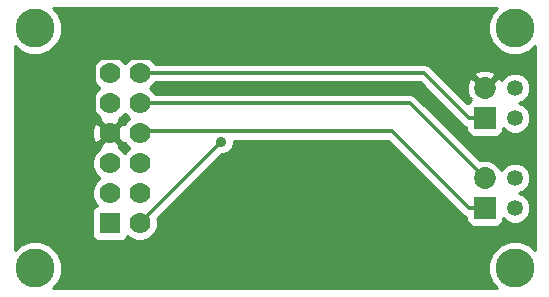
<source format=gbl>
G04 (created by PCBNEW-RS274X (2011-07-19)-testing) date Mon 24 Oct 2011 06:11:12 PM PDT*
G01*
G70*
G90*
%MOIN*%
G04 Gerber Fmt 3.4, Leading zero omitted, Abs format*
%FSLAX34Y34*%
G04 APERTURE LIST*
%ADD10C,0.006000*%
%ADD11C,0.130000*%
%ADD12R,0.070000X0.070000*%
%ADD13C,0.070000*%
%ADD14C,0.073000*%
%ADD15R,0.073000X0.073000*%
%ADD16C,0.053000*%
%ADD17C,0.035000*%
%ADD18C,0.012000*%
%ADD19C,0.010000*%
G04 APERTURE END LIST*
G54D10*
G54D11*
X67000Y-21000D03*
X51000Y-21000D03*
X67000Y-29000D03*
X51000Y-29000D03*
G54D12*
X53500Y-27500D03*
G54D13*
X54500Y-27500D03*
X53500Y-26500D03*
X54500Y-26500D03*
X53500Y-25500D03*
X54500Y-25500D03*
X53500Y-24500D03*
X54500Y-24500D03*
X53500Y-23500D03*
X54500Y-23500D03*
X53500Y-22500D03*
X54500Y-22500D03*
G54D14*
X66000Y-23000D03*
G54D15*
X66000Y-24000D03*
G54D16*
X67000Y-24000D03*
X67000Y-23000D03*
G54D14*
X66000Y-26000D03*
G54D15*
X66000Y-27000D03*
G54D16*
X67000Y-27000D03*
X67000Y-26000D03*
G54D17*
X57220Y-24780D03*
G54D18*
X66000Y-27000D02*
X65472Y-27000D01*
X54558Y-24442D02*
X54500Y-24500D01*
X62914Y-24442D02*
X54558Y-24442D01*
X65472Y-27000D02*
X62914Y-24442D01*
X63500Y-23500D02*
X66000Y-26000D01*
X54500Y-23500D02*
X63500Y-23500D01*
X63972Y-22500D02*
X54500Y-22500D01*
X65472Y-24000D02*
X63972Y-22500D01*
X66000Y-24000D02*
X65472Y-24000D01*
X54500Y-27500D02*
X57220Y-24780D01*
X52984Y-23984D02*
X53500Y-24500D01*
X52984Y-22022D02*
X52984Y-23984D01*
X53020Y-21986D02*
X52984Y-22022D01*
X64986Y-21986D02*
X53020Y-21986D01*
X66000Y-23000D02*
X64986Y-21986D01*
G54D10*
G36*
X67675Y-28402D02*
X67515Y-28242D01*
X67515Y-27103D01*
X67515Y-26898D01*
X67437Y-26709D01*
X67292Y-26564D01*
X67138Y-26499D01*
X67291Y-26437D01*
X67436Y-26292D01*
X67515Y-26103D01*
X67515Y-25898D01*
X67437Y-25709D01*
X67292Y-25564D01*
X67103Y-25485D01*
X66898Y-25485D01*
X66709Y-25563D01*
X66564Y-25708D01*
X66554Y-25731D01*
X66521Y-25652D01*
X66349Y-25479D01*
X66123Y-25385D01*
X65878Y-25385D01*
X65839Y-25400D01*
X63719Y-23281D01*
X63619Y-23214D01*
X63500Y-23190D01*
X55019Y-23190D01*
X55008Y-23161D01*
X54847Y-23000D01*
X55008Y-22839D01*
X55019Y-22810D01*
X63844Y-22810D01*
X65253Y-24219D01*
X65353Y-24286D01*
X65354Y-24286D01*
X65386Y-24292D01*
X65386Y-24414D01*
X65424Y-24506D01*
X65494Y-24576D01*
X65585Y-24614D01*
X65684Y-24614D01*
X66414Y-24614D01*
X66506Y-24576D01*
X66576Y-24506D01*
X66614Y-24415D01*
X66614Y-24342D01*
X66708Y-24436D01*
X66897Y-24515D01*
X67102Y-24515D01*
X67291Y-24437D01*
X67436Y-24292D01*
X67515Y-24103D01*
X67515Y-23898D01*
X67437Y-23709D01*
X67292Y-23564D01*
X67138Y-23499D01*
X67291Y-23437D01*
X67436Y-23292D01*
X67515Y-23103D01*
X67515Y-22898D01*
X67437Y-22709D01*
X67292Y-22564D01*
X67103Y-22485D01*
X66898Y-22485D01*
X66709Y-22563D01*
X66564Y-22708D01*
X66550Y-22741D01*
X66525Y-22680D01*
X66424Y-22646D01*
X66354Y-22716D01*
X66354Y-22576D01*
X66320Y-22475D01*
X66095Y-22393D01*
X65856Y-22403D01*
X65680Y-22475D01*
X65646Y-22576D01*
X66000Y-22929D01*
X66354Y-22576D01*
X66354Y-22716D01*
X66071Y-23000D01*
X66000Y-23071D01*
X65929Y-23000D01*
X65894Y-22965D01*
X65576Y-22646D01*
X65475Y-22680D01*
X65393Y-22905D01*
X65403Y-23144D01*
X65475Y-23320D01*
X65522Y-23336D01*
X65487Y-23372D01*
X65525Y-23410D01*
X65494Y-23424D01*
X65424Y-23494D01*
X65418Y-23508D01*
X64191Y-22281D01*
X64091Y-22214D01*
X63972Y-22190D01*
X55019Y-22190D01*
X55008Y-22161D01*
X54839Y-21992D01*
X54619Y-21901D01*
X54381Y-21901D01*
X54161Y-21992D01*
X54000Y-22153D01*
X53839Y-21992D01*
X53619Y-21901D01*
X53381Y-21901D01*
X53161Y-21992D01*
X52992Y-22161D01*
X52901Y-22381D01*
X52901Y-22619D01*
X52992Y-22839D01*
X53153Y-23000D01*
X52992Y-23161D01*
X52901Y-23381D01*
X52901Y-23619D01*
X52992Y-23839D01*
X53161Y-24008D01*
X53180Y-24015D01*
X53157Y-24086D01*
X53500Y-24429D01*
X53843Y-24086D01*
X53819Y-24015D01*
X53839Y-24008D01*
X54000Y-23847D01*
X54153Y-24000D01*
X53992Y-24161D01*
X53984Y-24180D01*
X53914Y-24157D01*
X53571Y-24500D01*
X53914Y-24843D01*
X53984Y-24819D01*
X53992Y-24839D01*
X54153Y-25000D01*
X54000Y-25153D01*
X53839Y-24992D01*
X53819Y-24984D01*
X53843Y-24914D01*
X53500Y-24571D01*
X53429Y-24642D01*
X53429Y-24500D01*
X53086Y-24157D01*
X52987Y-24190D01*
X52907Y-24409D01*
X52918Y-24644D01*
X52987Y-24810D01*
X53086Y-24843D01*
X53429Y-24500D01*
X53429Y-24642D01*
X53157Y-24914D01*
X53180Y-24984D01*
X53161Y-24992D01*
X52992Y-25161D01*
X52901Y-25381D01*
X52901Y-25619D01*
X52992Y-25839D01*
X53153Y-26000D01*
X52992Y-26161D01*
X52901Y-26381D01*
X52901Y-26619D01*
X52992Y-26839D01*
X53067Y-26914D01*
X53009Y-26939D01*
X52939Y-27009D01*
X52901Y-27100D01*
X52901Y-27199D01*
X52901Y-27899D01*
X52939Y-27991D01*
X53009Y-28061D01*
X53100Y-28099D01*
X53199Y-28099D01*
X53899Y-28099D01*
X53991Y-28061D01*
X54061Y-27991D01*
X54085Y-27932D01*
X54161Y-28008D01*
X54381Y-28099D01*
X54619Y-28099D01*
X54839Y-28008D01*
X55008Y-27839D01*
X55099Y-27619D01*
X55099Y-27381D01*
X55086Y-27351D01*
X57233Y-25205D01*
X57304Y-25205D01*
X57460Y-25141D01*
X57580Y-25021D01*
X57645Y-24865D01*
X57645Y-24752D01*
X62785Y-24752D01*
X65252Y-27219D01*
X65253Y-27219D01*
X65303Y-27252D01*
X65353Y-27286D01*
X65354Y-27286D01*
X65386Y-27292D01*
X65386Y-27414D01*
X65424Y-27506D01*
X65494Y-27576D01*
X65585Y-27614D01*
X65684Y-27614D01*
X66414Y-27614D01*
X66506Y-27576D01*
X66576Y-27506D01*
X66614Y-27415D01*
X66614Y-27342D01*
X66708Y-27436D01*
X66897Y-27515D01*
X67102Y-27515D01*
X67291Y-27437D01*
X67436Y-27292D01*
X67515Y-27103D01*
X67515Y-28242D01*
X67511Y-28238D01*
X67180Y-28100D01*
X66822Y-28100D01*
X66491Y-28237D01*
X66238Y-28489D01*
X66100Y-28820D01*
X66100Y-29178D01*
X66237Y-29509D01*
X66402Y-29675D01*
X51597Y-29675D01*
X51762Y-29511D01*
X51900Y-29180D01*
X51900Y-28822D01*
X51763Y-28491D01*
X51511Y-28238D01*
X51180Y-28100D01*
X50822Y-28100D01*
X50491Y-28237D01*
X50325Y-28402D01*
X50325Y-21597D01*
X50489Y-21762D01*
X50820Y-21900D01*
X51178Y-21900D01*
X51509Y-21763D01*
X51762Y-21511D01*
X51900Y-21180D01*
X51900Y-20822D01*
X51763Y-20491D01*
X51597Y-20325D01*
X66402Y-20325D01*
X66238Y-20489D01*
X66100Y-20820D01*
X66100Y-21178D01*
X66237Y-21509D01*
X66489Y-21762D01*
X66820Y-21900D01*
X67178Y-21900D01*
X67509Y-21763D01*
X67675Y-21597D01*
X67675Y-28402D01*
X67675Y-28402D01*
G37*
G54D19*
X67675Y-28402D02*
X67515Y-28242D01*
X67515Y-27103D01*
X67515Y-26898D01*
X67437Y-26709D01*
X67292Y-26564D01*
X67138Y-26499D01*
X67291Y-26437D01*
X67436Y-26292D01*
X67515Y-26103D01*
X67515Y-25898D01*
X67437Y-25709D01*
X67292Y-25564D01*
X67103Y-25485D01*
X66898Y-25485D01*
X66709Y-25563D01*
X66564Y-25708D01*
X66554Y-25731D01*
X66521Y-25652D01*
X66349Y-25479D01*
X66123Y-25385D01*
X65878Y-25385D01*
X65839Y-25400D01*
X63719Y-23281D01*
X63619Y-23214D01*
X63500Y-23190D01*
X55019Y-23190D01*
X55008Y-23161D01*
X54847Y-23000D01*
X55008Y-22839D01*
X55019Y-22810D01*
X63844Y-22810D01*
X65253Y-24219D01*
X65353Y-24286D01*
X65354Y-24286D01*
X65386Y-24292D01*
X65386Y-24414D01*
X65424Y-24506D01*
X65494Y-24576D01*
X65585Y-24614D01*
X65684Y-24614D01*
X66414Y-24614D01*
X66506Y-24576D01*
X66576Y-24506D01*
X66614Y-24415D01*
X66614Y-24342D01*
X66708Y-24436D01*
X66897Y-24515D01*
X67102Y-24515D01*
X67291Y-24437D01*
X67436Y-24292D01*
X67515Y-24103D01*
X67515Y-23898D01*
X67437Y-23709D01*
X67292Y-23564D01*
X67138Y-23499D01*
X67291Y-23437D01*
X67436Y-23292D01*
X67515Y-23103D01*
X67515Y-22898D01*
X67437Y-22709D01*
X67292Y-22564D01*
X67103Y-22485D01*
X66898Y-22485D01*
X66709Y-22563D01*
X66564Y-22708D01*
X66550Y-22741D01*
X66525Y-22680D01*
X66424Y-22646D01*
X66354Y-22716D01*
X66354Y-22576D01*
X66320Y-22475D01*
X66095Y-22393D01*
X65856Y-22403D01*
X65680Y-22475D01*
X65646Y-22576D01*
X66000Y-22929D01*
X66354Y-22576D01*
X66354Y-22716D01*
X66071Y-23000D01*
X66000Y-23071D01*
X65929Y-23000D01*
X65894Y-22965D01*
X65576Y-22646D01*
X65475Y-22680D01*
X65393Y-22905D01*
X65403Y-23144D01*
X65475Y-23320D01*
X65522Y-23336D01*
X65487Y-23372D01*
X65525Y-23410D01*
X65494Y-23424D01*
X65424Y-23494D01*
X65418Y-23508D01*
X64191Y-22281D01*
X64091Y-22214D01*
X63972Y-22190D01*
X55019Y-22190D01*
X55008Y-22161D01*
X54839Y-21992D01*
X54619Y-21901D01*
X54381Y-21901D01*
X54161Y-21992D01*
X54000Y-22153D01*
X53839Y-21992D01*
X53619Y-21901D01*
X53381Y-21901D01*
X53161Y-21992D01*
X52992Y-22161D01*
X52901Y-22381D01*
X52901Y-22619D01*
X52992Y-22839D01*
X53153Y-23000D01*
X52992Y-23161D01*
X52901Y-23381D01*
X52901Y-23619D01*
X52992Y-23839D01*
X53161Y-24008D01*
X53180Y-24015D01*
X53157Y-24086D01*
X53500Y-24429D01*
X53843Y-24086D01*
X53819Y-24015D01*
X53839Y-24008D01*
X54000Y-23847D01*
X54153Y-24000D01*
X53992Y-24161D01*
X53984Y-24180D01*
X53914Y-24157D01*
X53571Y-24500D01*
X53914Y-24843D01*
X53984Y-24819D01*
X53992Y-24839D01*
X54153Y-25000D01*
X54000Y-25153D01*
X53839Y-24992D01*
X53819Y-24984D01*
X53843Y-24914D01*
X53500Y-24571D01*
X53429Y-24642D01*
X53429Y-24500D01*
X53086Y-24157D01*
X52987Y-24190D01*
X52907Y-24409D01*
X52918Y-24644D01*
X52987Y-24810D01*
X53086Y-24843D01*
X53429Y-24500D01*
X53429Y-24642D01*
X53157Y-24914D01*
X53180Y-24984D01*
X53161Y-24992D01*
X52992Y-25161D01*
X52901Y-25381D01*
X52901Y-25619D01*
X52992Y-25839D01*
X53153Y-26000D01*
X52992Y-26161D01*
X52901Y-26381D01*
X52901Y-26619D01*
X52992Y-26839D01*
X53067Y-26914D01*
X53009Y-26939D01*
X52939Y-27009D01*
X52901Y-27100D01*
X52901Y-27199D01*
X52901Y-27899D01*
X52939Y-27991D01*
X53009Y-28061D01*
X53100Y-28099D01*
X53199Y-28099D01*
X53899Y-28099D01*
X53991Y-28061D01*
X54061Y-27991D01*
X54085Y-27932D01*
X54161Y-28008D01*
X54381Y-28099D01*
X54619Y-28099D01*
X54839Y-28008D01*
X55008Y-27839D01*
X55099Y-27619D01*
X55099Y-27381D01*
X55086Y-27351D01*
X57233Y-25205D01*
X57304Y-25205D01*
X57460Y-25141D01*
X57580Y-25021D01*
X57645Y-24865D01*
X57645Y-24752D01*
X62785Y-24752D01*
X65252Y-27219D01*
X65253Y-27219D01*
X65303Y-27252D01*
X65353Y-27286D01*
X65354Y-27286D01*
X65386Y-27292D01*
X65386Y-27414D01*
X65424Y-27506D01*
X65494Y-27576D01*
X65585Y-27614D01*
X65684Y-27614D01*
X66414Y-27614D01*
X66506Y-27576D01*
X66576Y-27506D01*
X66614Y-27415D01*
X66614Y-27342D01*
X66708Y-27436D01*
X66897Y-27515D01*
X67102Y-27515D01*
X67291Y-27437D01*
X67436Y-27292D01*
X67515Y-27103D01*
X67515Y-28242D01*
X67511Y-28238D01*
X67180Y-28100D01*
X66822Y-28100D01*
X66491Y-28237D01*
X66238Y-28489D01*
X66100Y-28820D01*
X66100Y-29178D01*
X66237Y-29509D01*
X66402Y-29675D01*
X51597Y-29675D01*
X51762Y-29511D01*
X51900Y-29180D01*
X51900Y-28822D01*
X51763Y-28491D01*
X51511Y-28238D01*
X51180Y-28100D01*
X50822Y-28100D01*
X50491Y-28237D01*
X50325Y-28402D01*
X50325Y-21597D01*
X50489Y-21762D01*
X50820Y-21900D01*
X51178Y-21900D01*
X51509Y-21763D01*
X51762Y-21511D01*
X51900Y-21180D01*
X51900Y-20822D01*
X51763Y-20491D01*
X51597Y-20325D01*
X66402Y-20325D01*
X66238Y-20489D01*
X66100Y-20820D01*
X66100Y-21178D01*
X66237Y-21509D01*
X66489Y-21762D01*
X66820Y-21900D01*
X67178Y-21900D01*
X67509Y-21763D01*
X67675Y-21597D01*
X67675Y-28402D01*
M02*

</source>
